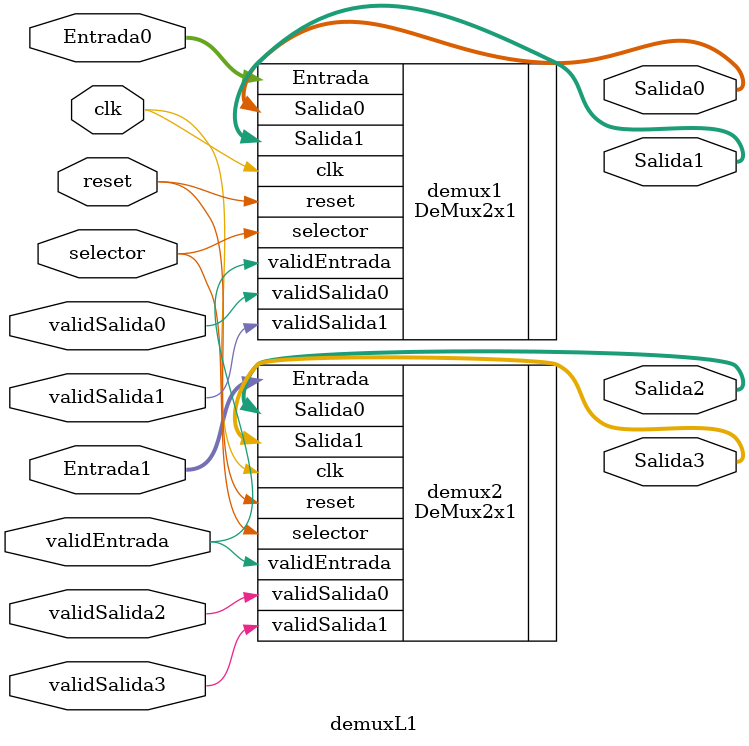
<source format=v>
`include "Yisus.v"
module demuxL1(
    output [7:0]Salida0,
    output [7:0]Salida1,
    output [7:0]Salida2,
    output [7:0]Salida3,
    input validSalida0,
    input validSalida1,
    input validSalida2,
    input validSalida3,
    input [7:0]Entrada0,
    input [7:0]Entrada1,
    input validEntrada,

    input selector,
    input clk,
    input reset);

    DeMux2x1 demux1(
        //Salidas
        .Salida0  (Salida0[7:0]),
        .Salida1  (Salida1[7:0]),  
        .validSalida0 (validSalida0),
        .validSalida1 (validSalida1),
        //Entradas
        .Entrada    (Entrada0[7:0]),
        .validEntrada   (validEntrada),
        .selector  (selector),
        .clk       (clk),
        .reset     (reset)
    );
    DeMux2x1 demux2(
        //Salidas
        .Salida0  (Salida2[7:0]),
        .Salida1  (Salida3[7:0]),  
        .validSalida0 (validSalida2),
        .validSalida1 (validSalida3),
        //Entradas
        .Entrada (Entrada1[7:0]),
        .validEntrada   (validEntrada),
        .selector  (selector),
        .clk       (clk),
        .reset     (reset)
    );
endmodule
</source>
